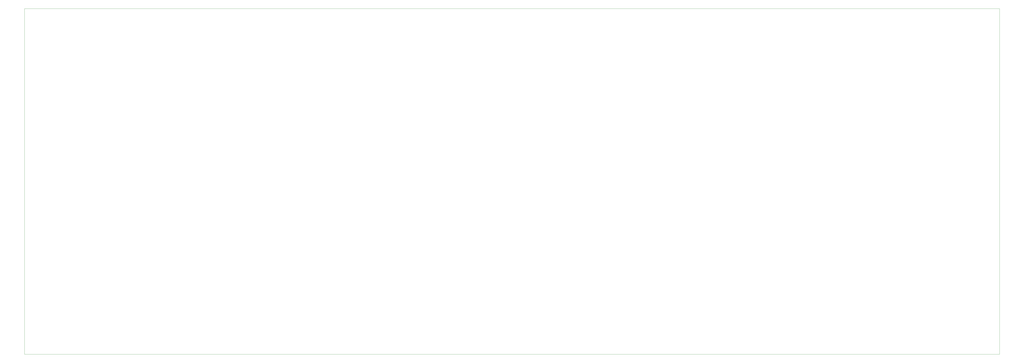
<source format=gbr>
%TF.GenerationSoftware,KiCad,Pcbnew,(6.0.5-0)*%
%TF.CreationDate,2022-06-13T02:35:29-04:00*%
%TF.ProjectId,SpaceCadet,53706163-6543-4616-9465-742e6b696361,rev?*%
%TF.SameCoordinates,Original*%
%TF.FileFunction,Profile,NP*%
%FSLAX46Y46*%
G04 Gerber Fmt 4.6, Leading zero omitted, Abs format (unit mm)*
G04 Created by KiCad (PCBNEW (6.0.5-0)) date 2022-06-13 02:35:29*
%MOMM*%
%LPD*%
G01*
G04 APERTURE LIST*
%TA.AperFunction,Profile*%
%ADD10C,0.100000*%
%TD*%
G04 APERTURE END LIST*
D10*
X64250000Y-81300000D02*
X533250000Y-81300000D01*
X533250000Y-81300000D02*
X533250000Y-247900000D01*
X533250000Y-247900000D02*
X64250000Y-247900000D01*
X64250000Y-247900000D02*
X64250000Y-81300000D01*
M02*

</source>
